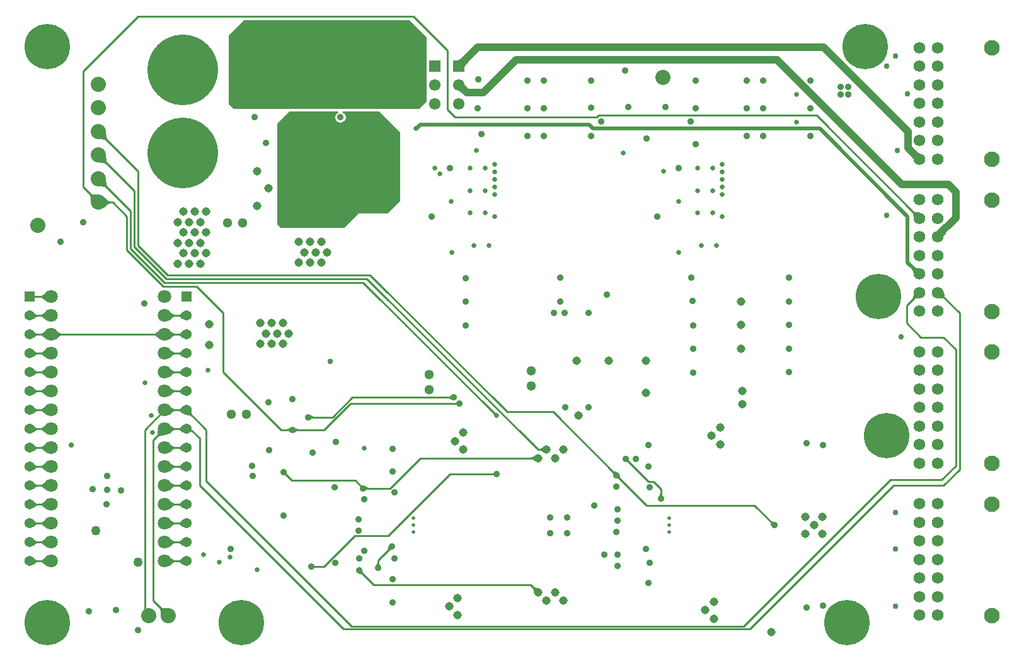
<source format=gbr>
%TF.GenerationSoftware,Altium Limited,Altium Designer,24.1.2 (44)*%
G04 Layer_Physical_Order=3*
G04 Layer_Color=36540*
%FSLAX45Y45*%
%MOMM*%
%TF.SameCoordinates,12E9634C-A8E6-484A-B1C3-FEDB1742B245*%
%TF.FilePolarity,Positive*%
%TF.FileFunction,Copper,L3,Inr,Signal*%
%TF.Part,Single*%
G01*
G75*
%TA.AperFunction,Conductor*%
%ADD59C,0.25400*%
%ADD61C,1.01600*%
%ADD64C,0.50800*%
%TA.AperFunction,ComponentPad*%
%ADD68R,1.55000X1.55000*%
%ADD69C,1.55000*%
%ADD70C,9.50000*%
%ADD71C,1.56000*%
%ADD72C,2.10000*%
%ADD73R,1.37000X1.37000*%
%ADD74C,1.37000*%
%ADD75C,1.80000*%
%ADD77C,6.10000*%
%ADD78C,1.30000*%
%ADD79C,2.03200*%
%TA.AperFunction,TestPad*%
%ADD80C,2.03200*%
%TA.AperFunction,ViaPad*%
%ADD81C,0.88900*%
%ADD82C,0.63500*%
%ADD83C,1.27000*%
%ADD84C,1.14300*%
%ADD85C,0.76200*%
%ADD86C,0.50000*%
%ADD87C,0.71120*%
G36*
X12531537Y13335995D02*
X12511391Y13315134D01*
X12479720Y13277739D01*
X12468194Y13261206D01*
X12459543Y13246117D01*
X12453765Y13232469D01*
X12450861Y13220265D01*
X12450830Y13209505D01*
X12453674Y13200186D01*
X12459390Y13192311D01*
X12316011Y13335690D01*
X12323886Y13329974D01*
X12333204Y13327130D01*
X12343965Y13327161D01*
X12356169Y13330064D01*
X12369817Y13335843D01*
X12384906Y13344495D01*
X12401439Y13356020D01*
X12419415Y13370419D01*
X12459695Y13407837D01*
X12531537Y13335995D01*
D02*
G37*
G36*
X12492313Y12981279D02*
X12433371Y12896536D01*
X12427106Y12902718D01*
X12403369Y12923537D01*
X12400139Y12925682D01*
X12397415Y12927155D01*
X12395197Y12927956D01*
X12393485Y12928082D01*
X12459422Y13014249D01*
X12492313Y12981279D01*
D02*
G37*
G36*
X11950700Y13652499D02*
Y12788900D01*
X11849100Y12687300D01*
X9359900D01*
X9296400Y12750800D01*
Y13677901D01*
X9499600Y13881100D01*
X11722100D01*
X11950700Y13652499D01*
D02*
G37*
G36*
X11595100Y12369800D02*
X11595100Y11836400D01*
Y11442700D01*
X11430000Y11277600D01*
X11036300D01*
X10845800Y11087100D01*
X9994900D01*
X9944100Y11137900D01*
Y12484100D01*
X10109200Y12649200D01*
X10762537D01*
X10765285Y12636500D01*
X10752111Y12628894D01*
X10739106Y12615889D01*
X10729910Y12599961D01*
X10725150Y12582196D01*
Y12563804D01*
X10729910Y12546039D01*
X10739106Y12530111D01*
X10752111Y12517106D01*
X10768039Y12507910D01*
X10785804Y12503150D01*
X10804196D01*
X10821961Y12507910D01*
X10837889Y12517106D01*
X10850894Y12530111D01*
X10860090Y12546039D01*
X10864850Y12563804D01*
Y12582196D01*
X10860090Y12599961D01*
X10850894Y12615889D01*
X10837889Y12628894D01*
X10824715Y12636500D01*
X10827463Y12649200D01*
X11315700D01*
X11595100Y12369800D01*
D02*
G37*
G36*
X7645465Y12365716D02*
X7648485Y12325518D01*
X7650428Y12314487D01*
X7652839Y12304640D01*
X7655718Y12295978D01*
X7659065Y12288500D01*
X7662881Y12282206D01*
X7667164Y12277096D01*
X7649204Y12259136D01*
X7644094Y12263419D01*
X7637800Y12267235D01*
X7630322Y12270582D01*
X7621660Y12273461D01*
X7611813Y12275872D01*
X7600782Y12277815D01*
X7588567Y12279289D01*
X7560584Y12280835D01*
X7544816Y12280905D01*
X7645395Y12381484D01*
X7645465Y12365716D01*
D02*
G37*
G36*
X18540083Y12116459D02*
X18568788Y12091142D01*
X18570680Y12090163D01*
X18572021Y12089844D01*
X18494806Y12012626D01*
X18494487Y12013967D01*
X18493507Y12015859D01*
X18491870Y12018303D01*
X18489572Y12021299D01*
X18482999Y12028948D01*
X18461935Y12050871D01*
X18533775Y12122714D01*
X18540083Y12116459D01*
D02*
G37*
G36*
X7645465Y12048216D02*
X7648485Y12008018D01*
X7650428Y11996987D01*
X7652839Y11987140D01*
X7655718Y11978478D01*
X7659065Y11971000D01*
X7662881Y11964706D01*
X7667164Y11959596D01*
X7649204Y11941636D01*
X7644094Y11945919D01*
X7637800Y11949735D01*
X7630322Y11953082D01*
X7621660Y11955961D01*
X7611813Y11958372D01*
X7600782Y11960315D01*
X7588567Y11961789D01*
X7560584Y11963335D01*
X7544816Y11963405D01*
X7645395Y12063984D01*
X7645465Y12048216D01*
D02*
G37*
G36*
Y11730716D02*
X7648485Y11690518D01*
X7650428Y11679487D01*
X7652839Y11669640D01*
X7655718Y11660978D01*
X7659065Y11653500D01*
X7662881Y11647206D01*
X7667164Y11642096D01*
X7649204Y11624136D01*
X7644094Y11628419D01*
X7637800Y11632235D01*
X7630322Y11635582D01*
X7621660Y11638461D01*
X7611813Y11640872D01*
X7600782Y11642815D01*
X7588567Y11644289D01*
X7560584Y11645835D01*
X7544816Y11645905D01*
X7645395Y11746484D01*
X7645465Y11730716D01*
D02*
G37*
G36*
X7443506Y11549081D02*
X7449800Y11545265D01*
X7457278Y11541918D01*
X7465940Y11539039D01*
X7475787Y11536628D01*
X7486818Y11534685D01*
X7499033Y11533211D01*
X7527016Y11531665D01*
X7542784Y11531595D01*
X7442205Y11431016D01*
X7442135Y11446784D01*
X7439115Y11486982D01*
X7437172Y11498013D01*
X7434761Y11507860D01*
X7431882Y11516522D01*
X7428535Y11524000D01*
X7424719Y11530294D01*
X7420436Y11535404D01*
X7438396Y11553364D01*
X7443506Y11549081D01*
D02*
G37*
G36*
X7627556Y11490020D02*
X7658116Y11463731D01*
X7667290Y11457305D01*
X7675957Y11452047D01*
X7684118Y11447958D01*
X7691773Y11445037D01*
X7698921Y11443284D01*
X7705563Y11442700D01*
Y11417300D01*
X7698921Y11416716D01*
X7691773Y11414963D01*
X7684118Y11412042D01*
X7675957Y11407953D01*
X7667290Y11402695D01*
X7658116Y11396269D01*
X7648436Y11388674D01*
X7627556Y11369980D01*
X7616357Y11358880D01*
Y11501120D01*
X7627556Y11490020D01*
D02*
G37*
G36*
X18498482Y11310019D02*
X18503487Y11306792D01*
X18509282Y11303959D01*
X18515871Y11301520D01*
X18523248Y11299474D01*
X18531419Y11297821D01*
X18540382Y11296562D01*
X18560683Y11295223D01*
X18572021Y11295144D01*
X18494806Y11217927D01*
X18494727Y11229265D01*
X18493387Y11249565D01*
X18492128Y11258528D01*
X18490475Y11266699D01*
X18488429Y11274078D01*
X18485989Y11280666D01*
X18483156Y11286461D01*
X18479930Y11291465D01*
X18476311Y11295677D01*
X18494270Y11313638D01*
X18498482Y11310019D01*
D02*
G37*
G36*
X18931639Y11018862D02*
X18925426Y11012558D01*
X18904520Y10988541D01*
X18902373Y10985238D01*
X18900903Y10982435D01*
X18900111Y10980131D01*
X18899997Y10978328D01*
X18813168Y11044551D01*
X18813602Y11044895D01*
X18814688Y11045899D01*
X18846802Y11077709D01*
X18931639Y11018862D01*
D02*
G37*
G36*
X18510796Y10565486D02*
X18516376Y10561143D01*
X18522263Y10557322D01*
X18528455Y10554021D01*
X18534952Y10551240D01*
X18541756Y10548980D01*
X18548863Y10547240D01*
X18556276Y10546021D01*
X18563995Y10545322D01*
X18572020Y10545144D01*
X18494806Y10467926D01*
X18494627Y10475950D01*
X18493929Y10483669D01*
X18492709Y10491083D01*
X18490968Y10498191D01*
X18488708Y10504994D01*
X18485927Y10511491D01*
X18482626Y10517683D01*
X18478806Y10523570D01*
X18474461Y10529151D01*
X18469600Y10534426D01*
X18505521Y10570348D01*
X18510796Y10565486D01*
D02*
G37*
G36*
X6684847Y10182987D02*
X6685619Y10180828D01*
X6686904Y10178923D01*
X6688703Y10177272D01*
X6691017Y10175875D01*
X6693844Y10174732D01*
X6697186Y10173843D01*
X6701041Y10173208D01*
X6705411Y10172827D01*
X6710295Y10172700D01*
Y10147300D01*
X6705411Y10147173D01*
X6701041Y10146792D01*
X6697186Y10146157D01*
X6693844Y10145268D01*
X6691017Y10144125D01*
X6688703Y10142728D01*
X6686904Y10141077D01*
X6685619Y10139172D01*
X6684847Y10137013D01*
X6684590Y10134600D01*
Y10185400D01*
X6684847Y10182987D01*
D02*
G37*
G36*
X18901877Y10215920D02*
X18908311Y10185311D01*
X18910776Y10176939D01*
X18916177Y10162941D01*
X18919119Y10157314D01*
X18922218Y10152604D01*
X18925476Y10148808D01*
X18910249Y10128113D01*
X18905766Y10131966D01*
X18900610Y10135229D01*
X18894781Y10137904D01*
X18888281Y10139989D01*
X18881108Y10141485D01*
X18873260Y10142393D01*
X18864743Y10142711D01*
X18855551Y10142440D01*
X18845686Y10141580D01*
X18835152Y10140132D01*
X18900050Y10227954D01*
X18901877Y10215920D01*
D02*
G37*
G36*
X18572018Y10139152D02*
X18560681Y10139073D01*
X18540381Y10137735D01*
X18531419Y10136476D01*
X18523248Y10134823D01*
X18515868Y10132777D01*
X18509280Y10130337D01*
X18503485Y10127505D01*
X18498482Y10124278D01*
X18494269Y10120658D01*
X18476309Y10138620D01*
X18479929Y10142832D01*
X18483154Y10147836D01*
X18485988Y10153631D01*
X18488428Y10160219D01*
X18490474Y10167598D01*
X18492126Y10175769D01*
X18493387Y10184732D01*
X18494727Y10205033D01*
X18494806Y10216371D01*
X18572018Y10139152D01*
D02*
G37*
G36*
X6844527Y10097000D02*
X6834864Y10106557D01*
X6816725Y10122653D01*
X6808249Y10129192D01*
X6800169Y10134725D01*
X6792484Y10139252D01*
X6785194Y10142773D01*
X6778301Y10145288D01*
X6771803Y10146797D01*
X6765701Y10147300D01*
Y10172700D01*
X6771803Y10173203D01*
X6778301Y10174712D01*
X6785194Y10177227D01*
X6792484Y10180748D01*
X6800169Y10185275D01*
X6808249Y10190808D01*
X6816725Y10197347D01*
X6834864Y10213443D01*
X6844527Y10223000D01*
Y10097000D01*
D02*
G37*
G36*
X8675981Y9858050D02*
X8669167Y9864748D01*
X8656115Y9876027D01*
X8649877Y9880610D01*
X8643832Y9884487D01*
X8637979Y9887660D01*
X8632318Y9890128D01*
X8626849Y9891890D01*
X8621572Y9892947D01*
X8616488Y9893300D01*
Y9918700D01*
X8621572Y9919053D01*
X8626849Y9920110D01*
X8632318Y9921872D01*
X8637979Y9924340D01*
X8643832Y9927513D01*
X8649877Y9931390D01*
X8656115Y9935973D01*
X8662545Y9941260D01*
X8675981Y9953950D01*
Y9858050D01*
D02*
G37*
G36*
X6672433Y9947252D02*
X6685485Y9935973D01*
X6691723Y9931390D01*
X6697768Y9927513D01*
X6703621Y9924340D01*
X6709282Y9921872D01*
X6714751Y9920110D01*
X6720028Y9919053D01*
X6725112Y9918700D01*
Y9893300D01*
X6720028Y9892947D01*
X6714751Y9891890D01*
X6709282Y9890128D01*
X6703621Y9887660D01*
X6697768Y9884487D01*
X6691723Y9880610D01*
X6685485Y9876027D01*
X6679055Y9870740D01*
X6665619Y9858050D01*
Y9953950D01*
X6672433Y9947252D01*
D02*
G37*
G36*
X8506736Y9959443D02*
X8524875Y9943347D01*
X8533351Y9936808D01*
X8541431Y9931275D01*
X8549116Y9926748D01*
X8556406Y9923227D01*
X8563299Y9920712D01*
X8569797Y9919203D01*
X8575899Y9918700D01*
Y9893300D01*
X8569797Y9892797D01*
X8563299Y9891288D01*
X8556406Y9888773D01*
X8549116Y9885252D01*
X8541431Y9880725D01*
X8533351Y9875192D01*
X8524875Y9868653D01*
X8506736Y9852557D01*
X8497073Y9843000D01*
Y9969000D01*
X8506736Y9959443D01*
D02*
G37*
G36*
X6844527Y9843000D02*
X6834864Y9852557D01*
X6816725Y9868653D01*
X6808249Y9875192D01*
X6800169Y9880725D01*
X6792484Y9885252D01*
X6785194Y9888773D01*
X6778301Y9891288D01*
X6771803Y9892797D01*
X6765701Y9893300D01*
Y9918700D01*
X6771803Y9919203D01*
X6778301Y9920712D01*
X6785194Y9923227D01*
X6792484Y9926748D01*
X6800169Y9931275D01*
X6808249Y9936808D01*
X6816725Y9943347D01*
X6834864Y9959443D01*
X6844527Y9969000D01*
Y9843000D01*
D02*
G37*
G36*
X8675981Y9604050D02*
X8669167Y9610748D01*
X8656115Y9622027D01*
X8649877Y9626610D01*
X8643832Y9630487D01*
X8637979Y9633660D01*
X8632318Y9636128D01*
X8626849Y9637890D01*
X8621572Y9638947D01*
X8616488Y9639300D01*
Y9664700D01*
X8621572Y9665053D01*
X8626849Y9666110D01*
X8632318Y9667872D01*
X8637979Y9670340D01*
X8643832Y9673513D01*
X8649877Y9677390D01*
X8656115Y9681973D01*
X8662545Y9687260D01*
X8675981Y9699950D01*
Y9604050D01*
D02*
G37*
G36*
X6672433Y9693252D02*
X6685485Y9681973D01*
X6691723Y9677390D01*
X6697768Y9673513D01*
X6703621Y9670340D01*
X6709282Y9667872D01*
X6714751Y9666110D01*
X6720028Y9665053D01*
X6725112Y9664700D01*
Y9639300D01*
X6720028Y9638947D01*
X6714751Y9637890D01*
X6709282Y9636128D01*
X6703621Y9633660D01*
X6697768Y9630487D01*
X6691723Y9626610D01*
X6685485Y9622027D01*
X6679055Y9616740D01*
X6665619Y9604050D01*
Y9699950D01*
X6672433Y9693252D01*
D02*
G37*
G36*
X8506736Y9705443D02*
X8524875Y9689347D01*
X8533351Y9682808D01*
X8541431Y9677275D01*
X8549116Y9672748D01*
X8556406Y9669227D01*
X8563299Y9666712D01*
X8569797Y9665203D01*
X8575899Y9664700D01*
Y9639300D01*
X8569797Y9638797D01*
X8563299Y9637288D01*
X8556406Y9634773D01*
X8549116Y9631252D01*
X8541431Y9626725D01*
X8533351Y9621192D01*
X8524875Y9614653D01*
X8506736Y9598557D01*
X8497073Y9589000D01*
Y9715000D01*
X8506736Y9705443D01*
D02*
G37*
G36*
X8368527Y9589000D02*
X8358864Y9598557D01*
X8340725Y9614653D01*
X8332249Y9621192D01*
X8324169Y9626725D01*
X8316484Y9631252D01*
X8309194Y9634773D01*
X8302301Y9637288D01*
X8295803Y9638797D01*
X8289701Y9639300D01*
Y9664700D01*
X8295803Y9665203D01*
X8302301Y9666712D01*
X8309194Y9669227D01*
X8316484Y9672748D01*
X8324169Y9677275D01*
X8332249Y9682808D01*
X8340725Y9689347D01*
X8358864Y9705443D01*
X8368527Y9715000D01*
Y9589000D01*
D02*
G37*
G36*
X6982736Y9705443D02*
X7000875Y9689347D01*
X7009351Y9682808D01*
X7017431Y9677275D01*
X7025116Y9672748D01*
X7032406Y9669227D01*
X7039299Y9666712D01*
X7045797Y9665203D01*
X7051899Y9664700D01*
Y9639300D01*
X7045797Y9638797D01*
X7039299Y9637288D01*
X7032406Y9634773D01*
X7025116Y9631252D01*
X7017431Y9626725D01*
X7009351Y9621192D01*
X7000875Y9614653D01*
X6982736Y9598557D01*
X6973073Y9589000D01*
Y9715000D01*
X6982736Y9705443D01*
D02*
G37*
G36*
X6844527Y9589000D02*
X6834864Y9598557D01*
X6816725Y9614653D01*
X6808249Y9621192D01*
X6800169Y9626725D01*
X6792484Y9631252D01*
X6785194Y9634773D01*
X6778301Y9637288D01*
X6771803Y9638797D01*
X6765701Y9639300D01*
Y9664700D01*
X6771803Y9665203D01*
X6778301Y9666712D01*
X6785194Y9669227D01*
X6792484Y9672748D01*
X6800169Y9677275D01*
X6808249Y9682808D01*
X6816725Y9689347D01*
X6834864Y9705443D01*
X6844527Y9715000D01*
Y9589000D01*
D02*
G37*
G36*
X8675981Y9350050D02*
X8669167Y9356748D01*
X8656115Y9368027D01*
X8649877Y9372610D01*
X8643832Y9376487D01*
X8637979Y9379660D01*
X8632318Y9382128D01*
X8626849Y9383890D01*
X8621572Y9384947D01*
X8616488Y9385300D01*
Y9410700D01*
X8621572Y9411053D01*
X8626849Y9412110D01*
X8632318Y9413872D01*
X8637979Y9416340D01*
X8643832Y9419513D01*
X8649877Y9423390D01*
X8656115Y9427973D01*
X8662545Y9433260D01*
X8675981Y9445950D01*
Y9350050D01*
D02*
G37*
G36*
X6672433Y9439252D02*
X6685485Y9427973D01*
X6691723Y9423390D01*
X6697768Y9419513D01*
X6703621Y9416340D01*
X6709282Y9413872D01*
X6714751Y9412110D01*
X6720028Y9411053D01*
X6725112Y9410700D01*
Y9385300D01*
X6720028Y9384947D01*
X6714751Y9383890D01*
X6709282Y9382128D01*
X6703621Y9379660D01*
X6697768Y9376487D01*
X6691723Y9372610D01*
X6685485Y9368027D01*
X6679055Y9362740D01*
X6665619Y9350050D01*
Y9445950D01*
X6672433Y9439252D01*
D02*
G37*
G36*
X8506736Y9451443D02*
X8524875Y9435347D01*
X8533351Y9428808D01*
X8541431Y9423275D01*
X8549116Y9418748D01*
X8556406Y9415227D01*
X8563299Y9412712D01*
X8569797Y9411203D01*
X8575899Y9410700D01*
Y9385300D01*
X8569797Y9384797D01*
X8563299Y9383288D01*
X8556406Y9380773D01*
X8549116Y9377252D01*
X8541431Y9372725D01*
X8533351Y9367192D01*
X8524875Y9360653D01*
X8506736Y9344557D01*
X8497073Y9335000D01*
Y9461000D01*
X8506736Y9451443D01*
D02*
G37*
G36*
X6844527Y9335000D02*
X6834864Y9344557D01*
X6816725Y9360653D01*
X6808249Y9367192D01*
X6800169Y9372725D01*
X6792484Y9377252D01*
X6785194Y9380773D01*
X6778301Y9383288D01*
X6771803Y9384797D01*
X6765701Y9385300D01*
Y9410700D01*
X6771803Y9411203D01*
X6778301Y9412712D01*
X6785194Y9415227D01*
X6792484Y9418748D01*
X6800169Y9423275D01*
X6808249Y9428808D01*
X6816725Y9435347D01*
X6834864Y9451443D01*
X6844527Y9461000D01*
Y9335000D01*
D02*
G37*
G36*
X8675981Y9096050D02*
X8669167Y9102748D01*
X8656115Y9114027D01*
X8649877Y9118610D01*
X8643832Y9122487D01*
X8637979Y9125660D01*
X8632318Y9128128D01*
X8626849Y9129890D01*
X8621572Y9130947D01*
X8616488Y9131300D01*
Y9156700D01*
X8621572Y9157053D01*
X8626849Y9158110D01*
X8632318Y9159872D01*
X8637979Y9162340D01*
X8643832Y9165513D01*
X8649877Y9169390D01*
X8656115Y9173973D01*
X8662545Y9179260D01*
X8675981Y9191950D01*
Y9096050D01*
D02*
G37*
G36*
X6672433Y9185252D02*
X6685485Y9173973D01*
X6691723Y9169390D01*
X6697768Y9165513D01*
X6703621Y9162340D01*
X6709282Y9159872D01*
X6714751Y9158110D01*
X6720028Y9157053D01*
X6725112Y9156700D01*
Y9131300D01*
X6720028Y9130947D01*
X6714751Y9129890D01*
X6709282Y9128128D01*
X6703621Y9125660D01*
X6697768Y9122487D01*
X6691723Y9118610D01*
X6685485Y9114027D01*
X6679055Y9108740D01*
X6665619Y9096050D01*
Y9191950D01*
X6672433Y9185252D01*
D02*
G37*
G36*
X8506736Y9197443D02*
X8524875Y9181347D01*
X8533351Y9174808D01*
X8541431Y9169275D01*
X8549116Y9164748D01*
X8556406Y9161227D01*
X8563299Y9158712D01*
X8569797Y9157203D01*
X8575899Y9156700D01*
Y9131300D01*
X8569797Y9130797D01*
X8563299Y9129288D01*
X8556406Y9126773D01*
X8549116Y9123252D01*
X8541431Y9118725D01*
X8533351Y9113192D01*
X8524875Y9106653D01*
X8506736Y9090557D01*
X8497073Y9081000D01*
Y9207000D01*
X8506736Y9197443D01*
D02*
G37*
G36*
X6844527Y9081000D02*
X6834864Y9090557D01*
X6816725Y9106653D01*
X6808249Y9113192D01*
X6800169Y9118725D01*
X6792484Y9123252D01*
X6785194Y9126773D01*
X6778301Y9129288D01*
X6771803Y9130797D01*
X6765701Y9131300D01*
Y9156700D01*
X6771803Y9157203D01*
X6778301Y9158712D01*
X6785194Y9161227D01*
X6792484Y9164748D01*
X6800169Y9169275D01*
X6808249Y9174808D01*
X6816725Y9181347D01*
X6834864Y9197443D01*
X6844527Y9207000D01*
Y9081000D01*
D02*
G37*
G36*
X8675981Y8842050D02*
X8669167Y8848748D01*
X8656115Y8860027D01*
X8649877Y8864610D01*
X8643832Y8868487D01*
X8637979Y8871660D01*
X8632318Y8874128D01*
X8626849Y8875890D01*
X8621572Y8876947D01*
X8616488Y8877300D01*
Y8902700D01*
X8621572Y8903053D01*
X8626849Y8904110D01*
X8632318Y8905872D01*
X8637979Y8908340D01*
X8643832Y8911513D01*
X8649877Y8915390D01*
X8656115Y8919973D01*
X8662545Y8925260D01*
X8675981Y8937950D01*
Y8842050D01*
D02*
G37*
G36*
X6672433Y8931252D02*
X6685485Y8919973D01*
X6691723Y8915390D01*
X6697768Y8911513D01*
X6703621Y8908340D01*
X6709282Y8905872D01*
X6714751Y8904110D01*
X6720028Y8903053D01*
X6725112Y8902700D01*
Y8877300D01*
X6720028Y8876947D01*
X6714751Y8875890D01*
X6709282Y8874128D01*
X6703621Y8871660D01*
X6697768Y8868487D01*
X6691723Y8864610D01*
X6685485Y8860027D01*
X6679055Y8854740D01*
X6665619Y8842050D01*
Y8937950D01*
X6672433Y8931252D01*
D02*
G37*
G36*
X8506736Y8943443D02*
X8524875Y8927347D01*
X8533351Y8920808D01*
X8541431Y8915275D01*
X8549116Y8910748D01*
X8556406Y8907227D01*
X8563299Y8904712D01*
X8569797Y8903203D01*
X8575899Y8902700D01*
Y8877300D01*
X8569797Y8876797D01*
X8563299Y8875288D01*
X8556406Y8872773D01*
X8549116Y8869252D01*
X8541431Y8864725D01*
X8533351Y8859192D01*
X8524875Y8852653D01*
X8506736Y8836557D01*
X8497073Y8827000D01*
Y8953000D01*
X8506736Y8943443D01*
D02*
G37*
G36*
X6844527Y8827000D02*
X6834864Y8836557D01*
X6816725Y8852653D01*
X6808249Y8859192D01*
X6800169Y8864725D01*
X6792484Y8869252D01*
X6785194Y8872773D01*
X6778301Y8875288D01*
X6771803Y8876797D01*
X6765701Y8877300D01*
Y8902700D01*
X6771803Y8903203D01*
X6778301Y8904712D01*
X6785194Y8907227D01*
X6792484Y8910748D01*
X6800169Y8915275D01*
X6808249Y8920808D01*
X6816725Y8927347D01*
X6834864Y8943443D01*
X6844527Y8953000D01*
Y8827000D01*
D02*
G37*
G36*
X12282634Y8774607D02*
X12279010Y8778106D01*
X12275357Y8781237D01*
X12271676Y8783999D01*
X12267966Y8786393D01*
X12264228Y8788419D01*
X12260461Y8790076D01*
X12256666Y8791365D01*
X12252843Y8792286D01*
X12248991Y8792838D01*
X12245111Y8793022D01*
Y8818422D01*
X12248991Y8818606D01*
X12252843Y8819159D01*
X12256666Y8820080D01*
X12260461Y8821369D01*
X12264228Y8823026D01*
X12267966Y8825052D01*
X12271676Y8827446D01*
X12275357Y8830208D01*
X12279010Y8833338D01*
X12282634Y8836837D01*
Y8774607D01*
D02*
G37*
G36*
X8675981Y8588050D02*
X8669167Y8594748D01*
X8656115Y8606027D01*
X8649877Y8610610D01*
X8643832Y8614487D01*
X8637979Y8617660D01*
X8632318Y8620128D01*
X8626849Y8621890D01*
X8621572Y8622947D01*
X8616488Y8623300D01*
Y8648700D01*
X8621572Y8649053D01*
X8626849Y8650110D01*
X8632318Y8651872D01*
X8637979Y8654340D01*
X8643832Y8657513D01*
X8649877Y8661390D01*
X8656115Y8665973D01*
X8662545Y8671260D01*
X8675981Y8683950D01*
Y8588050D01*
D02*
G37*
G36*
X6672433Y8677252D02*
X6685485Y8665973D01*
X6691723Y8661390D01*
X6697768Y8657513D01*
X6703621Y8654340D01*
X6709282Y8651872D01*
X6714751Y8650110D01*
X6720028Y8649053D01*
X6725112Y8648700D01*
Y8623300D01*
X6720028Y8622947D01*
X6714751Y8621890D01*
X6709282Y8620128D01*
X6703621Y8617660D01*
X6697768Y8614487D01*
X6691723Y8610610D01*
X6685485Y8606027D01*
X6679055Y8600740D01*
X6665619Y8588050D01*
Y8683950D01*
X6672433Y8677252D01*
D02*
G37*
G36*
X8506736Y8689443D02*
X8524875Y8673347D01*
X8533351Y8666808D01*
X8541431Y8661275D01*
X8549116Y8656748D01*
X8556406Y8653227D01*
X8563299Y8650712D01*
X8569797Y8649203D01*
X8575899Y8648700D01*
Y8623300D01*
X8569797Y8622797D01*
X8563299Y8621288D01*
X8556406Y8618773D01*
X8549116Y8615252D01*
X8541431Y8610725D01*
X8533351Y8605192D01*
X8524875Y8598653D01*
X8506736Y8582557D01*
X8497073Y8573000D01*
Y8699000D01*
X8506736Y8689443D01*
D02*
G37*
G36*
X6844527Y8573000D02*
X6834864Y8582557D01*
X6816725Y8598653D01*
X6808249Y8605192D01*
X6800169Y8610725D01*
X6792484Y8615252D01*
X6785194Y8618773D01*
X6778301Y8621288D01*
X6771803Y8622797D01*
X6765701Y8623300D01*
Y8648700D01*
X6771803Y8649203D01*
X6778301Y8650712D01*
X6785194Y8653227D01*
X6792484Y8656748D01*
X6800169Y8661275D01*
X6808249Y8666808D01*
X6816725Y8673347D01*
X6834864Y8689443D01*
X6844527Y8699000D01*
Y8573000D01*
D02*
G37*
G36*
X12867735Y8600660D02*
X12870074Y8598724D01*
X12872453Y8597019D01*
X12874870Y8595545D01*
X12877327Y8594301D01*
X12879820Y8593289D01*
X12882353Y8592508D01*
X12884924Y8591957D01*
X12887534Y8591637D01*
X12890182Y8591548D01*
X12858752Y8560117D01*
X12858662Y8562766D01*
X12858344Y8565375D01*
X12857793Y8567947D01*
X12857011Y8570479D01*
X12856000Y8572973D01*
X12854755Y8575429D01*
X12853281Y8577846D01*
X12851576Y8580225D01*
X12849640Y8582565D01*
X12847473Y8584866D01*
X12865434Y8602827D01*
X12867735Y8600660D01*
D02*
G37*
G36*
X8793479Y8625761D02*
X8794732Y8608555D01*
X8795902Y8600904D01*
X8797436Y8593888D01*
X8799331Y8587506D01*
X8801589Y8581758D01*
X8804210Y8576645D01*
X8807193Y8572166D01*
X8810539Y8568321D01*
X8792579Y8550361D01*
X8788734Y8553707D01*
X8784255Y8556690D01*
X8779142Y8559311D01*
X8773394Y8561569D01*
X8767012Y8563464D01*
X8759996Y8564998D01*
X8752345Y8566168D01*
X8744059Y8566976D01*
X8725585Y8567503D01*
X8793397Y8635315D01*
X8793479Y8625761D01*
D02*
G37*
G36*
X10398568Y8568366D02*
X10402221Y8565236D01*
X10405902Y8562473D01*
X10409612Y8560079D01*
X10413350Y8558054D01*
X10417116Y8556396D01*
X10420911Y8555107D01*
X10424735Y8554187D01*
X10428587Y8553634D01*
X10432467Y8553450D01*
Y8528050D01*
X10428587Y8527866D01*
X10424735Y8527313D01*
X10420911Y8526393D01*
X10417116Y8525104D01*
X10413350Y8523446D01*
X10409612Y8521421D01*
X10405902Y8519027D01*
X10402221Y8516264D01*
X10398568Y8513134D01*
X10394944Y8509635D01*
Y8571865D01*
X10398568Y8568366D01*
D02*
G37*
G36*
X10187368Y8396916D02*
X10191021Y8393786D01*
X10194702Y8391023D01*
X10198412Y8388629D01*
X10202150Y8386604D01*
X10205916Y8384946D01*
X10209711Y8383657D01*
X10213535Y8382737D01*
X10217387Y8382184D01*
X10221267Y8382000D01*
Y8356600D01*
X10217387Y8356416D01*
X10213535Y8355863D01*
X10209711Y8354943D01*
X10205916Y8353654D01*
X10202150Y8351996D01*
X10198412Y8349971D01*
X10194702Y8347577D01*
X10191021Y8344814D01*
X10187368Y8341684D01*
X10183744Y8338185D01*
Y8400415D01*
X10187368Y8396916D01*
D02*
G37*
G36*
X10120256Y8338185D02*
X10116632Y8341684D01*
X10112979Y8344814D01*
X10109298Y8347577D01*
X10105588Y8349971D01*
X10101850Y8351996D01*
X10098084Y8353654D01*
X10094289Y8354943D01*
X10090465Y8355863D01*
X10086613Y8356416D01*
X10082733Y8356600D01*
Y8382000D01*
X10086613Y8382184D01*
X10090465Y8382737D01*
X10094289Y8383657D01*
X10098084Y8384946D01*
X10101850Y8386604D01*
X10105588Y8388629D01*
X10109298Y8391023D01*
X10112979Y8393786D01*
X10116632Y8396916D01*
X10120256Y8400415D01*
Y8338185D01*
D02*
G37*
G36*
X8675981Y8334050D02*
X8669167Y8340748D01*
X8656115Y8352027D01*
X8649877Y8356610D01*
X8643832Y8360487D01*
X8637979Y8363660D01*
X8632318Y8366128D01*
X8626849Y8367890D01*
X8621572Y8368947D01*
X8616488Y8369300D01*
Y8394700D01*
X8621572Y8395053D01*
X8626849Y8396110D01*
X8632318Y8397872D01*
X8637979Y8400340D01*
X8643832Y8403513D01*
X8649877Y8407390D01*
X8656115Y8411973D01*
X8662545Y8417260D01*
X8675981Y8429950D01*
Y8334050D01*
D02*
G37*
G36*
X6672433Y8423252D02*
X6685485Y8411973D01*
X6691723Y8407390D01*
X6697768Y8403513D01*
X6703621Y8400340D01*
X6709282Y8397872D01*
X6714751Y8396110D01*
X6720028Y8395053D01*
X6725112Y8394700D01*
Y8369300D01*
X6720028Y8368947D01*
X6714751Y8367890D01*
X6709282Y8366128D01*
X6703621Y8363660D01*
X6697768Y8360487D01*
X6691723Y8356610D01*
X6685485Y8352027D01*
X6679055Y8346740D01*
X6665619Y8334050D01*
Y8429950D01*
X6672433Y8423252D01*
D02*
G37*
G36*
X8506736Y8435443D02*
X8524875Y8419347D01*
X8533351Y8412808D01*
X8541431Y8407275D01*
X8549116Y8402748D01*
X8556406Y8399227D01*
X8563299Y8396712D01*
X8569797Y8395203D01*
X8575899Y8394700D01*
Y8369300D01*
X8569797Y8368797D01*
X8563299Y8367288D01*
X8556406Y8364773D01*
X8549116Y8361252D01*
X8541431Y8356725D01*
X8533351Y8351192D01*
X8524875Y8344653D01*
X8506736Y8328557D01*
X8497073Y8319000D01*
Y8445000D01*
X8506736Y8435443D01*
D02*
G37*
G36*
X6844527Y8319000D02*
X6834864Y8328557D01*
X6816725Y8344653D01*
X6808249Y8351192D01*
X6800169Y8356725D01*
X6792484Y8361252D01*
X6785194Y8364773D01*
X6778301Y8367288D01*
X6771803Y8368797D01*
X6765701Y8369300D01*
Y8394700D01*
X6771803Y8395203D01*
X6778301Y8396712D01*
X6785194Y8399227D01*
X6792484Y8402748D01*
X6800169Y8407275D01*
X6808249Y8412808D01*
X6816725Y8419347D01*
X6834864Y8435443D01*
X6844527Y8445000D01*
Y8319000D01*
D02*
G37*
G36*
X8431900Y8292004D02*
X8418309Y8291930D01*
X8394102Y8290485D01*
X8383484Y8289115D01*
X8373858Y8287314D01*
X8365223Y8285081D01*
X8357579Y8282417D01*
X8350926Y8279320D01*
X8345264Y8275792D01*
X8340594Y8271833D01*
X8322633Y8289794D01*
X8326592Y8294464D01*
X8330120Y8300126D01*
X8333217Y8306779D01*
X8335881Y8314423D01*
X8338114Y8323058D01*
X8339915Y8332684D01*
X8341285Y8343302D01*
X8342730Y8367509D01*
X8342804Y8381100D01*
X8431900Y8292004D01*
D02*
G37*
G36*
X8675981Y8080050D02*
X8669167Y8086748D01*
X8656115Y8098027D01*
X8649877Y8102610D01*
X8643832Y8106487D01*
X8637979Y8109660D01*
X8632318Y8112128D01*
X8626849Y8113890D01*
X8621572Y8114947D01*
X8616488Y8115300D01*
Y8140700D01*
X8621572Y8141053D01*
X8626849Y8142110D01*
X8632318Y8143872D01*
X8637979Y8146340D01*
X8643832Y8149513D01*
X8649877Y8153390D01*
X8656115Y8157973D01*
X8662545Y8163260D01*
X8675981Y8175950D01*
Y8080050D01*
D02*
G37*
G36*
X6672433Y8169252D02*
X6685485Y8157973D01*
X6691723Y8153390D01*
X6697768Y8149513D01*
X6703621Y8146340D01*
X6709282Y8143872D01*
X6714751Y8142110D01*
X6720028Y8141053D01*
X6725112Y8140700D01*
Y8115300D01*
X6720028Y8114947D01*
X6714751Y8113890D01*
X6709282Y8112128D01*
X6703621Y8109660D01*
X6697768Y8106487D01*
X6691723Y8102610D01*
X6685485Y8098027D01*
X6679055Y8092740D01*
X6665619Y8080050D01*
Y8175950D01*
X6672433Y8169252D01*
D02*
G37*
G36*
X8506736Y8181443D02*
X8524875Y8165347D01*
X8533351Y8158808D01*
X8541431Y8153275D01*
X8549116Y8148748D01*
X8556406Y8145227D01*
X8563299Y8142712D01*
X8569797Y8141203D01*
X8575899Y8140700D01*
Y8115300D01*
X8569797Y8114797D01*
X8563299Y8113288D01*
X8556406Y8110773D01*
X8549116Y8107252D01*
X8541431Y8102725D01*
X8533351Y8097192D01*
X8524875Y8090653D01*
X8506736Y8074557D01*
X8497073Y8065000D01*
Y8191000D01*
X8506736Y8181443D01*
D02*
G37*
G36*
X6844527Y8065000D02*
X6834864Y8074557D01*
X6816725Y8090653D01*
X6808249Y8097192D01*
X6800169Y8102725D01*
X6792484Y8107252D01*
X6785194Y8110773D01*
X6778301Y8113288D01*
X6771803Y8114797D01*
X6765701Y8115300D01*
Y8140700D01*
X6771803Y8141203D01*
X6778301Y8142712D01*
X6785194Y8145227D01*
X6792484Y8148748D01*
X6800169Y8153275D01*
X6808249Y8158808D01*
X6816725Y8165347D01*
X6834864Y8181443D01*
X6844527Y8191000D01*
Y8065000D01*
D02*
G37*
G36*
X13521597Y8064995D02*
X13516289Y8070183D01*
X13505930Y8078921D01*
X13500880Y8082470D01*
X13495917Y8085474D01*
X13491040Y8087931D01*
X13486250Y8089843D01*
X13481548Y8091208D01*
X13476930Y8092027D01*
X13472400Y8092300D01*
Y8117700D01*
X13476930Y8117973D01*
X13481548Y8118792D01*
X13486250Y8120157D01*
X13491040Y8122069D01*
X13495917Y8124526D01*
X13500880Y8127530D01*
X13505930Y8131079D01*
X13511066Y8135175D01*
X13516289Y8139817D01*
X13521597Y8145005D01*
Y8064995D01*
D02*
G37*
G36*
X13407298Y7950695D02*
X13401988Y7955883D01*
X13391629Y7964621D01*
X13386580Y7968170D01*
X13381616Y7971174D01*
X13376740Y7973631D01*
X13371950Y7975543D01*
X13367247Y7976908D01*
X13362630Y7977727D01*
X13358099Y7978000D01*
Y8003400D01*
X13362630Y8003673D01*
X13367247Y8004492D01*
X13371950Y8005857D01*
X13376740Y8007769D01*
X13381616Y8010226D01*
X13386580Y8013230D01*
X13391629Y8016779D01*
X13396765Y8020875D01*
X13401988Y8025517D01*
X13407298Y8030705D01*
Y7950695D01*
D02*
G37*
G36*
X14668430Y7977244D02*
X14668799Y7972448D01*
X14669449Y7967892D01*
X14670380Y7963576D01*
X14671590Y7959500D01*
X14673082Y7955665D01*
X14674854Y7952070D01*
X14676906Y7948715D01*
X14679239Y7945601D01*
X14681853Y7942727D01*
X14663892Y7924766D01*
X14661018Y7927380D01*
X14657904Y7929713D01*
X14654549Y7931765D01*
X14650954Y7933538D01*
X14647119Y7935029D01*
X14643044Y7936240D01*
X14638728Y7937170D01*
X14634171Y7937820D01*
X14629375Y7938189D01*
X14624338Y7938278D01*
X14668341Y7982281D01*
X14668430Y7977244D01*
D02*
G37*
G36*
X8675981Y7826050D02*
X8669167Y7832748D01*
X8656115Y7844027D01*
X8649877Y7848610D01*
X8643832Y7852487D01*
X8637979Y7855660D01*
X8632318Y7858128D01*
X8626849Y7859890D01*
X8621572Y7860947D01*
X8616488Y7861300D01*
Y7886700D01*
X8621572Y7887053D01*
X8626849Y7888110D01*
X8632318Y7889872D01*
X8637979Y7892340D01*
X8643832Y7895513D01*
X8649877Y7899390D01*
X8656115Y7903973D01*
X8662545Y7909260D01*
X8675981Y7921950D01*
Y7826050D01*
D02*
G37*
G36*
X6672433Y7915252D02*
X6685485Y7903973D01*
X6691723Y7899390D01*
X6697768Y7895513D01*
X6703621Y7892340D01*
X6709282Y7889872D01*
X6714751Y7888110D01*
X6720028Y7887053D01*
X6725112Y7886700D01*
Y7861300D01*
X6720028Y7860947D01*
X6714751Y7859890D01*
X6709282Y7858128D01*
X6703621Y7855660D01*
X6697768Y7852487D01*
X6691723Y7848610D01*
X6685485Y7844027D01*
X6679055Y7838740D01*
X6665619Y7826050D01*
Y7921950D01*
X6672433Y7915252D01*
D02*
G37*
G36*
X8506736Y7927443D02*
X8524875Y7911347D01*
X8533351Y7904808D01*
X8541431Y7899275D01*
X8549116Y7894748D01*
X8556406Y7891227D01*
X8563299Y7888712D01*
X8569797Y7887203D01*
X8575899Y7886700D01*
Y7861300D01*
X8569797Y7860797D01*
X8563299Y7859288D01*
X8556406Y7856773D01*
X8549116Y7853252D01*
X8541431Y7848725D01*
X8533351Y7843192D01*
X8524875Y7836653D01*
X8506736Y7820557D01*
X8497073Y7811000D01*
Y7937000D01*
X8506736Y7927443D01*
D02*
G37*
G36*
X6844527Y7811000D02*
X6834864Y7820557D01*
X6816725Y7836653D01*
X6808249Y7843192D01*
X6800169Y7848725D01*
X6792484Y7853252D01*
X6785194Y7856773D01*
X6778301Y7859288D01*
X6771803Y7860797D01*
X6765701Y7861300D01*
Y7886700D01*
X6771803Y7887203D01*
X6778301Y7888712D01*
X6785194Y7891227D01*
X6792484Y7894748D01*
X6800169Y7899275D01*
X6808249Y7904808D01*
X6816725Y7911347D01*
X6834864Y7927443D01*
X6844527Y7937000D01*
Y7811000D01*
D02*
G37*
G36*
X14466119Y7817446D02*
X14469234Y7815113D01*
X14472588Y7813060D01*
X14476183Y7811288D01*
X14480019Y7809797D01*
X14484093Y7808586D01*
X14488409Y7807655D01*
X14492966Y7807006D01*
X14497762Y7806636D01*
X14502798Y7806548D01*
X14458797Y7762545D01*
X14458707Y7767581D01*
X14458337Y7772378D01*
X14457687Y7776934D01*
X14456758Y7781250D01*
X14455547Y7785326D01*
X14454054Y7789161D01*
X14452283Y7792756D01*
X14450230Y7796111D01*
X14447897Y7799225D01*
X14445284Y7802099D01*
X14463245Y7820060D01*
X14466119Y7817446D01*
D02*
G37*
G36*
X14547780Y7756619D02*
X14548149Y7751822D01*
X14548799Y7747266D01*
X14549728Y7742950D01*
X14550940Y7738875D01*
X14552432Y7735039D01*
X14554204Y7731444D01*
X14556256Y7728089D01*
X14558589Y7724975D01*
X14561203Y7722101D01*
X14543242Y7704141D01*
X14540369Y7706754D01*
X14537254Y7709087D01*
X14533899Y7711140D01*
X14530304Y7712912D01*
X14526469Y7714403D01*
X14522394Y7715614D01*
X14518079Y7716545D01*
X14513521Y7717194D01*
X14508725Y7717564D01*
X14503688Y7717652D01*
X14547691Y7761656D01*
X14547780Y7756619D01*
D02*
G37*
G36*
X8675981Y7572050D02*
X8669167Y7578748D01*
X8656115Y7590027D01*
X8649877Y7594610D01*
X8643832Y7598487D01*
X8637979Y7601660D01*
X8632318Y7604128D01*
X8626849Y7605890D01*
X8621572Y7606947D01*
X8616488Y7607300D01*
Y7632700D01*
X8621572Y7633053D01*
X8626849Y7634110D01*
X8632318Y7635872D01*
X8637979Y7638340D01*
X8643832Y7641513D01*
X8649877Y7645390D01*
X8656115Y7649973D01*
X8662545Y7655260D01*
X8675981Y7667950D01*
Y7572050D01*
D02*
G37*
G36*
X6672433Y7661252D02*
X6685485Y7649973D01*
X6691723Y7645390D01*
X6697768Y7641513D01*
X6703621Y7638340D01*
X6709282Y7635872D01*
X6714751Y7634110D01*
X6720028Y7633053D01*
X6725112Y7632700D01*
Y7607300D01*
X6720028Y7606947D01*
X6714751Y7605890D01*
X6709282Y7604128D01*
X6703621Y7601660D01*
X6697768Y7598487D01*
X6691723Y7594610D01*
X6685485Y7590027D01*
X6679055Y7584740D01*
X6665619Y7572050D01*
Y7667950D01*
X6672433Y7661252D01*
D02*
G37*
G36*
X8506736Y7673443D02*
X8524875Y7657347D01*
X8533351Y7650808D01*
X8541431Y7645275D01*
X8549116Y7640748D01*
X8556406Y7637227D01*
X8563299Y7634712D01*
X8569797Y7633203D01*
X8575899Y7632700D01*
Y7607300D01*
X8569797Y7606797D01*
X8563299Y7605288D01*
X8556406Y7602773D01*
X8549116Y7599252D01*
X8541431Y7594725D01*
X8533351Y7589192D01*
X8524875Y7582653D01*
X8506736Y7566557D01*
X8497073Y7557000D01*
Y7683000D01*
X8506736Y7673443D01*
D02*
G37*
G36*
X6844527Y7557000D02*
X6834864Y7566557D01*
X6816725Y7582653D01*
X6808249Y7589192D01*
X6800169Y7594725D01*
X6792484Y7599252D01*
X6785194Y7602773D01*
X6778301Y7605288D01*
X6771803Y7606797D01*
X6765701Y7607300D01*
Y7632700D01*
X6771803Y7633203D01*
X6778301Y7634712D01*
X6785194Y7637227D01*
X6792484Y7640748D01*
X6800169Y7645275D01*
X6808249Y7650808D01*
X6816725Y7657347D01*
X6834864Y7673443D01*
X6844527Y7683000D01*
Y7557000D01*
D02*
G37*
G36*
X11133979Y7611916D02*
X11137632Y7608786D01*
X11141313Y7606023D01*
X11145023Y7603629D01*
X11148761Y7601604D01*
X11152528Y7599946D01*
X11156323Y7598657D01*
X11160146Y7597737D01*
X11163998Y7597184D01*
X11167878Y7597000D01*
Y7571600D01*
X11163998Y7571416D01*
X11160146Y7570863D01*
X11156323Y7569943D01*
X11152528Y7568654D01*
X11148761Y7566996D01*
X11145023Y7564971D01*
X11141313Y7562577D01*
X11137632Y7559814D01*
X11133979Y7556684D01*
X11130355Y7553185D01*
Y7615415D01*
X11133979Y7611916D01*
D02*
G37*
G36*
X15113028Y7509987D02*
X15113580Y7506135D01*
X15114500Y7502311D01*
X15115790Y7498516D01*
X15117447Y7494750D01*
X15119473Y7491012D01*
X15121867Y7487302D01*
X15124629Y7483621D01*
X15127760Y7479968D01*
X15131259Y7476344D01*
X15069029D01*
X15072527Y7479968D01*
X15075658Y7483621D01*
X15078419Y7487302D01*
X15080814Y7491012D01*
X15082840Y7494750D01*
X15084497Y7498516D01*
X15085786Y7502311D01*
X15086707Y7506135D01*
X15087259Y7509987D01*
X15087444Y7513867D01*
X15112843D01*
X15113028Y7509987D01*
D02*
G37*
G36*
X8675981Y7318050D02*
X8669167Y7324748D01*
X8656115Y7336027D01*
X8649877Y7340610D01*
X8643832Y7344487D01*
X8637979Y7347660D01*
X8632318Y7350128D01*
X8626849Y7351890D01*
X8621572Y7352947D01*
X8616488Y7353300D01*
Y7378700D01*
X8621572Y7379053D01*
X8626849Y7380110D01*
X8632318Y7381872D01*
X8637979Y7384340D01*
X8643832Y7387513D01*
X8649877Y7391390D01*
X8656115Y7395973D01*
X8662545Y7401260D01*
X8675981Y7413950D01*
Y7318050D01*
D02*
G37*
G36*
X6672433Y7407252D02*
X6685485Y7395973D01*
X6691723Y7391390D01*
X6697768Y7387513D01*
X6703621Y7384340D01*
X6709282Y7381872D01*
X6714751Y7380110D01*
X6720028Y7379053D01*
X6725112Y7378700D01*
Y7353300D01*
X6720028Y7352947D01*
X6714751Y7351890D01*
X6709282Y7350128D01*
X6703621Y7347660D01*
X6697768Y7344487D01*
X6691723Y7340610D01*
X6685485Y7336027D01*
X6679055Y7330740D01*
X6665619Y7318050D01*
Y7413950D01*
X6672433Y7407252D01*
D02*
G37*
G36*
X8506736Y7419443D02*
X8524875Y7403347D01*
X8533351Y7396808D01*
X8541431Y7391275D01*
X8549116Y7386748D01*
X8556406Y7383227D01*
X8563299Y7380712D01*
X8569797Y7379203D01*
X8575899Y7378700D01*
Y7353300D01*
X8569797Y7352797D01*
X8563299Y7351288D01*
X8556406Y7348773D01*
X8549116Y7345252D01*
X8541431Y7340725D01*
X8533351Y7335192D01*
X8524875Y7328653D01*
X8506736Y7312557D01*
X8497073Y7303000D01*
Y7429000D01*
X8506736Y7419443D01*
D02*
G37*
G36*
X6844527Y7303000D02*
X6834864Y7312557D01*
X6816725Y7328653D01*
X6808249Y7335192D01*
X6800169Y7340725D01*
X6792484Y7345252D01*
X6785194Y7348773D01*
X6778301Y7351288D01*
X6771803Y7352797D01*
X6765701Y7353300D01*
Y7378700D01*
X6771803Y7379203D01*
X6778301Y7380712D01*
X6785194Y7383227D01*
X6792484Y7386748D01*
X6800169Y7391275D01*
X6808249Y7396808D01*
X6816725Y7403347D01*
X6834864Y7419443D01*
X6844527Y7429000D01*
Y7303000D01*
D02*
G37*
G36*
X16587019Y7144346D02*
X16590134Y7142013D01*
X16593488Y7139960D01*
X16597083Y7138188D01*
X16600919Y7136697D01*
X16604993Y7135486D01*
X16609309Y7134555D01*
X16613866Y7133906D01*
X16618661Y7133536D01*
X16623698Y7133448D01*
X16579697Y7089445D01*
X16579607Y7094481D01*
X16579237Y7099278D01*
X16578587Y7103834D01*
X16577658Y7108150D01*
X16576447Y7112226D01*
X16574956Y7116061D01*
X16573183Y7119656D01*
X16571130Y7123011D01*
X16568797Y7126125D01*
X16566183Y7128999D01*
X16584145Y7146960D01*
X16587019Y7144346D01*
D02*
G37*
G36*
X8675981Y7064050D02*
X8669167Y7070748D01*
X8656115Y7082027D01*
X8649877Y7086610D01*
X8643832Y7090487D01*
X8637979Y7093660D01*
X8632318Y7096128D01*
X8626849Y7097890D01*
X8621572Y7098947D01*
X8616488Y7099300D01*
Y7124700D01*
X8621572Y7125053D01*
X8626849Y7126110D01*
X8632318Y7127872D01*
X8637979Y7130340D01*
X8643832Y7133513D01*
X8649877Y7137390D01*
X8656115Y7141973D01*
X8662545Y7147260D01*
X8675981Y7159950D01*
Y7064050D01*
D02*
G37*
G36*
X6672433Y7153252D02*
X6685485Y7141973D01*
X6691723Y7137390D01*
X6697768Y7133513D01*
X6703621Y7130340D01*
X6709282Y7127872D01*
X6714751Y7126110D01*
X6720028Y7125053D01*
X6725112Y7124700D01*
Y7099300D01*
X6720028Y7098947D01*
X6714751Y7097890D01*
X6709282Y7096128D01*
X6703621Y7093660D01*
X6697768Y7090487D01*
X6691723Y7086610D01*
X6685485Y7082027D01*
X6679055Y7076740D01*
X6665619Y7064050D01*
Y7159950D01*
X6672433Y7153252D01*
D02*
G37*
G36*
X8506736Y7165443D02*
X8524875Y7149347D01*
X8533351Y7142808D01*
X8541431Y7137275D01*
X8549116Y7132748D01*
X8556406Y7129227D01*
X8563299Y7126712D01*
X8569797Y7125203D01*
X8575899Y7124700D01*
Y7099300D01*
X8569797Y7098797D01*
X8563299Y7097288D01*
X8556406Y7094773D01*
X8549116Y7091252D01*
X8541431Y7086725D01*
X8533351Y7081192D01*
X8524875Y7074653D01*
X8506736Y7058557D01*
X8497073Y7049000D01*
Y7175000D01*
X8506736Y7165443D01*
D02*
G37*
G36*
X6844527Y7049000D02*
X6834864Y7058557D01*
X6816725Y7074653D01*
X6808249Y7081192D01*
X6800169Y7086725D01*
X6792484Y7091252D01*
X6785194Y7094773D01*
X6778301Y7097288D01*
X6771803Y7098797D01*
X6765701Y7099300D01*
Y7124700D01*
X6771803Y7125203D01*
X6778301Y7126712D01*
X6785194Y7129227D01*
X6792484Y7132748D01*
X6800169Y7137275D01*
X6808249Y7142808D01*
X6816725Y7149347D01*
X6834864Y7165443D01*
X6844527Y7175000D01*
Y7049000D01*
D02*
G37*
G36*
X8675981Y6810050D02*
X8669167Y6816748D01*
X8656115Y6828027D01*
X8649877Y6832610D01*
X8643832Y6836487D01*
X8637979Y6839660D01*
X8632318Y6842128D01*
X8626849Y6843890D01*
X8621572Y6844947D01*
X8616488Y6845300D01*
Y6870700D01*
X8621572Y6871053D01*
X8626849Y6872110D01*
X8632318Y6873872D01*
X8637979Y6876340D01*
X8643832Y6879513D01*
X8649877Y6883390D01*
X8656115Y6887973D01*
X8662545Y6893260D01*
X8675981Y6905950D01*
Y6810050D01*
D02*
G37*
G36*
X6672433Y6899252D02*
X6685485Y6887973D01*
X6691723Y6883390D01*
X6697768Y6879513D01*
X6703621Y6876340D01*
X6709282Y6873872D01*
X6714751Y6872110D01*
X6720028Y6871053D01*
X6725112Y6870700D01*
Y6845300D01*
X6720028Y6844947D01*
X6714751Y6843890D01*
X6709282Y6842128D01*
X6703621Y6839660D01*
X6697768Y6836487D01*
X6691723Y6832610D01*
X6685485Y6828027D01*
X6679055Y6822740D01*
X6665619Y6810050D01*
Y6905950D01*
X6672433Y6899252D01*
D02*
G37*
G36*
X8506736Y6911443D02*
X8524875Y6895347D01*
X8533351Y6888808D01*
X8541431Y6883275D01*
X8549116Y6878748D01*
X8556406Y6875227D01*
X8563299Y6872712D01*
X8569797Y6871203D01*
X8575899Y6870700D01*
Y6845300D01*
X8569797Y6844797D01*
X8563299Y6843288D01*
X8556406Y6840773D01*
X8549116Y6837252D01*
X8541431Y6832725D01*
X8533351Y6827192D01*
X8524875Y6820653D01*
X8506736Y6804557D01*
X8497073Y6795000D01*
Y6921000D01*
X8506736Y6911443D01*
D02*
G37*
G36*
X6844527Y6795000D02*
X6834864Y6804557D01*
X6816725Y6820653D01*
X6808249Y6827192D01*
X6800169Y6832725D01*
X6792484Y6837252D01*
X6785194Y6840773D01*
X6778301Y6843288D01*
X6771803Y6844797D01*
X6765701Y6845300D01*
Y6870700D01*
X6771803Y6871203D01*
X6778301Y6872712D01*
X6785194Y6875227D01*
X6792484Y6878748D01*
X6800169Y6883275D01*
X6808249Y6888808D01*
X6816725Y6895347D01*
X6834864Y6911443D01*
X6844527Y6921000D01*
Y6795000D01*
D02*
G37*
G36*
X11482889Y6756174D02*
X11477852Y6756086D01*
X11473056Y6755716D01*
X11468499Y6755067D01*
X11464183Y6754136D01*
X11460108Y6752925D01*
X11456272Y6751434D01*
X11452678Y6749662D01*
X11449323Y6747609D01*
X11446209Y6745276D01*
X11443334Y6742663D01*
X11425374Y6760623D01*
X11427988Y6763497D01*
X11430321Y6766612D01*
X11432373Y6769966D01*
X11434145Y6773561D01*
X11435637Y6777397D01*
X11436848Y6781472D01*
X11437778Y6785788D01*
X11438428Y6790344D01*
X11438797Y6795141D01*
X11438886Y6800178D01*
X11482889Y6756174D01*
D02*
G37*
G36*
X8675981Y6556050D02*
X8669167Y6562748D01*
X8656115Y6574027D01*
X8649877Y6578610D01*
X8643832Y6582487D01*
X8637979Y6585660D01*
X8632318Y6588128D01*
X8626849Y6589890D01*
X8621572Y6590947D01*
X8616488Y6591300D01*
Y6616700D01*
X8621572Y6617053D01*
X8626849Y6618110D01*
X8632318Y6619872D01*
X8637979Y6622340D01*
X8643832Y6625513D01*
X8649877Y6629390D01*
X8656115Y6633973D01*
X8662545Y6639260D01*
X8675981Y6651950D01*
Y6556050D01*
D02*
G37*
G36*
X6672433Y6645252D02*
X6685485Y6633973D01*
X6691723Y6629390D01*
X6697768Y6625513D01*
X6703621Y6622340D01*
X6709282Y6619872D01*
X6714751Y6618110D01*
X6720028Y6617053D01*
X6725112Y6616700D01*
Y6591300D01*
X6720028Y6590947D01*
X6714751Y6589890D01*
X6709282Y6588128D01*
X6703621Y6585660D01*
X6697768Y6582487D01*
X6691723Y6578610D01*
X6685485Y6574027D01*
X6679055Y6568740D01*
X6665619Y6556050D01*
Y6651950D01*
X6672433Y6645252D01*
D02*
G37*
G36*
X11314695Y6582887D02*
X11315248Y6579035D01*
X11316169Y6575211D01*
X11317458Y6571416D01*
X11319115Y6567650D01*
X11321141Y6563912D01*
X11323535Y6560202D01*
X11326297Y6556521D01*
X11329427Y6552868D01*
X11332926Y6549244D01*
X11270696D01*
X11274195Y6552868D01*
X11277326Y6556521D01*
X11280088Y6560202D01*
X11282482Y6563912D01*
X11284508Y6567650D01*
X11286165Y6571416D01*
X11287454Y6575211D01*
X11288375Y6579035D01*
X11288927Y6582887D01*
X11289111Y6586767D01*
X11314511D01*
X11314695Y6582887D01*
D02*
G37*
G36*
X8506736Y6657443D02*
X8524875Y6641347D01*
X8533351Y6634808D01*
X8541431Y6629275D01*
X8549116Y6624748D01*
X8556406Y6621227D01*
X8563299Y6618712D01*
X8569797Y6617203D01*
X8575899Y6616700D01*
Y6591300D01*
X8569797Y6590797D01*
X8563299Y6589288D01*
X8556406Y6586773D01*
X8549116Y6583252D01*
X8541431Y6578725D01*
X8533351Y6573192D01*
X8524875Y6566653D01*
X8506736Y6550557D01*
X8497073Y6541000D01*
Y6667000D01*
X8506736Y6657443D01*
D02*
G37*
G36*
X6844527Y6541000D02*
X6834864Y6550557D01*
X6816725Y6566653D01*
X6808249Y6573192D01*
X6800169Y6578725D01*
X6792484Y6583252D01*
X6785194Y6586773D01*
X6778301Y6589288D01*
X6771803Y6590797D01*
X6765701Y6591300D01*
Y6616700D01*
X6771803Y6617203D01*
X6778301Y6618712D01*
X6785194Y6621227D01*
X6792484Y6624748D01*
X6800169Y6629275D01*
X6808249Y6634808D01*
X6816725Y6641347D01*
X6834864Y6657443D01*
X6844527Y6667000D01*
Y6541000D01*
D02*
G37*
G36*
X11092348Y6472746D02*
X11092717Y6467950D01*
X11093367Y6463393D01*
X11094297Y6459078D01*
X11095508Y6455002D01*
X11096999Y6451167D01*
X11098772Y6447572D01*
X11100824Y6444217D01*
X11103157Y6441103D01*
X11105771Y6438229D01*
X11087810Y6420268D01*
X11084936Y6422882D01*
X11081822Y6425215D01*
X11078467Y6427267D01*
X11074872Y6429039D01*
X11071037Y6430531D01*
X11066961Y6431742D01*
X11062645Y6432672D01*
X11058089Y6433322D01*
X11053293Y6433691D01*
X11048256Y6433780D01*
X11092259Y6477783D01*
X11092348Y6472746D01*
D02*
G37*
G36*
X13396840Y6256918D02*
X13400684Y6254232D01*
X13404974Y6251872D01*
X13409714Y6249837D01*
X13414900Y6248126D01*
X13420534Y6246741D01*
X13426613Y6245680D01*
X13433142Y6244944D01*
X13440117Y6244533D01*
X13447540Y6244447D01*
X13390964Y6187872D01*
X13390878Y6195294D01*
X13389731Y6208798D01*
X13388670Y6214879D01*
X13387285Y6220512D01*
X13385574Y6225698D01*
X13383539Y6230436D01*
X13381178Y6234727D01*
X13378494Y6238571D01*
X13375484Y6241967D01*
X13393443Y6259928D01*
X13396840Y6256918D01*
D02*
G37*
G36*
X8383306Y5986481D02*
X8389600Y5982665D01*
X8397078Y5979318D01*
X8405740Y5976439D01*
X8415587Y5974028D01*
X8426618Y5972085D01*
X8438833Y5970611D01*
X8466816Y5969065D01*
X8482584Y5968995D01*
X8382005Y5868416D01*
X8381935Y5884184D01*
X8378915Y5924382D01*
X8376972Y5935413D01*
X8374561Y5945260D01*
X8371682Y5953922D01*
X8368335Y5961400D01*
X8364519Y5967694D01*
X8360236Y5972804D01*
X8378196Y5990764D01*
X8383306Y5986481D01*
D02*
G37*
D59*
X10139750Y7691050D02*
X10991861D01*
X11098611Y7584300D01*
X10033000Y7797800D02*
X10139750Y7691050D01*
X12268200Y7772400D02*
X12890500D01*
X11438750Y6942950D02*
X12268200Y7772400D01*
X10985629Y6942950D02*
X11438750D01*
X10570478Y6527800D02*
X10985629Y6942950D01*
X10401300Y6527800D02*
X10570478D01*
X8166100Y8369300D02*
X8432800Y8636000D01*
X8166100Y5966312D02*
Y8369300D01*
Y5966312D02*
X8216900Y5915512D01*
Y5867400D02*
Y5915512D01*
X11047811Y6478228D02*
X11239539Y6286500D01*
X16214818Y5727700D02*
X18183318Y7696200D01*
X10947400Y5727700D02*
X16214818D01*
X8991600Y7683500D02*
X10947400Y5727700D01*
X11239539Y6286500D02*
X13348911D01*
X13448111Y6187300D01*
X13654744Y8610600D02*
X14503244Y7762100D01*
X13446899Y8105000D02*
X13562411D01*
X11150600Y10401300D02*
X13446899Y8105000D01*
X11461700Y7584300D02*
X11868100Y7990700D01*
X11098611Y7584300D02*
X11461700D01*
X11868100Y7990700D02*
X13448111D01*
X11301811Y6619100D02*
X11483333Y6800622D01*
X11301811Y6517500D02*
Y6619100D01*
X10363200Y8540750D02*
X10373684Y8551234D01*
X14261336Y12598400D02*
X17191548D01*
X18572800Y11217148D01*
X14235936Y12573000D02*
X14261336Y12598400D01*
X12331700Y12573000D02*
X14235936Y12573000D01*
X12230100Y12674600D02*
Y13474699D01*
Y12674600D02*
X12331700Y12573000D01*
X11772900Y13931900D02*
X12230100Y13474699D01*
X8077200Y13931900D02*
X11772900D01*
X7340600Y11633200D02*
X7543800Y11430000D01*
X7340600Y13195300D02*
X8077200Y13931900D01*
X7543800Y11430000D02*
X7734300D01*
X7340600Y11633200D02*
Y13195300D01*
X9220200Y9144000D02*
Y9944100D01*
Y9144000D02*
X9994900Y8369300D01*
X8864600Y10299700D02*
X9220200Y9944100D01*
X9994900Y8369300D02*
X10152000D01*
X7734300Y11430000D02*
X7924800Y11239500D01*
Y10787033D02*
Y11239500D01*
X8412133Y10299700D02*
X8864600D01*
X7924800Y10787033D02*
X8412133Y10299700D01*
X10952022Y8805722D02*
X12314378D01*
X10687050Y8540750D02*
X10952022Y8805722D01*
X10925082Y8724900D02*
X12395200D01*
X10569482Y8369300D02*
X10925082Y8724900D01*
X10152000Y8369300D02*
X10569482D01*
X10363200Y8540750D02*
X10687050D01*
X14998544Y7673200D02*
X15100143Y7571600D01*
Y7444600D02*
Y7571600D01*
X14933418Y7673200D02*
X14998544D01*
X14623894Y7982726D02*
X14933418Y7673200D01*
X14909644Y7355700D02*
X16357443D01*
X14503244Y7762100D02*
X14909644Y7355700D01*
X16357443D02*
X16624144Y7089000D01*
X8026400Y10829116D02*
Y11582400D01*
Y10829116D02*
X8454216Y10401300D01*
X7543800Y12065000D02*
X8026400Y11582400D01*
X8454216Y10401300D02*
X11150600D01*
X16294099Y5689600D02*
X18224500Y7620000D01*
X10833100Y5689600D02*
X16294099D01*
X18224500Y7620000D02*
X18897600D01*
X18183318Y7696200D02*
X18872200D01*
X8991600Y7683500D02*
Y8369300D01*
X8902700Y7620000D02*
X10833100Y5689600D01*
X8902700Y7620000D02*
Y8255000D01*
X8746254Y8360646D02*
X8797054D01*
X8902700Y8255000D01*
X8724900Y8636000D02*
X8991600Y8369300D01*
X11099800Y10350500D02*
X12890500Y8559800D01*
X8433174Y10350500D02*
X11099800D01*
X13034558Y8610600D02*
X13654744D01*
X7543800Y11747500D02*
X7975600Y11315700D01*
Y10808074D02*
Y11315700D01*
Y10808074D02*
X8433174Y10350500D01*
X8077200Y10850158D02*
Y11849100D01*
X7543800Y12382500D02*
X8077200Y11849100D01*
Y10850158D02*
X8475258Y10452100D01*
X19062700Y7886700D02*
Y9448800D01*
X19113499Y7835900D02*
Y9942824D01*
X18897600Y9613900D02*
X19062700Y9448800D01*
X18592799Y9613900D02*
X18897600D01*
X18839174Y10217150D02*
X19113499Y9942824D01*
X18822803Y10217150D02*
X18839174D01*
X18897600Y7620000D02*
X19113499Y7835900D01*
X18872200Y7696200D02*
X19062700Y7886700D01*
X11193058Y10452100D02*
X13034558Y8610600D01*
X8475258Y10452100D02*
X11193058D01*
X8432800Y8636000D02*
X8724900D01*
Y8382000D02*
X8746254Y8360646D01*
X8432800Y8382000D02*
X8724900D01*
X6629400Y7112000D02*
X6908800D01*
X6629400Y6858000D02*
X6908800D01*
X6629400Y6604000D02*
X6908800D01*
X8280400Y6070600D02*
Y8229600D01*
X18402299Y9804400D02*
Y10046650D01*
X18572800Y10217150D01*
X8432800Y6604000D02*
X8724900D01*
X8432800Y6858000D02*
X8724900D01*
X8432800Y7112000D02*
X8724900D01*
X8432800Y7366000D02*
X8724900D01*
X8432800Y7620000D02*
X8724900D01*
X8432800Y7874000D02*
X8724900D01*
X8432800Y8128000D02*
X8724900D01*
X8432800Y8890000D02*
X8724900D01*
X8432800Y9144000D02*
X8724900D01*
X8432800Y9398000D02*
X8724900D01*
X8432800Y9652000D02*
X8724900D01*
X8432800Y9906000D02*
X8724900D01*
X6629400Y7366000D02*
X6908800D01*
X6629400Y7620000D02*
X6908800D01*
X6629400Y7874000D02*
X6908800D01*
X6629400Y8128000D02*
X6908800D01*
X6629400Y8382000D02*
X6908800D01*
X6629400Y8636000D02*
X6908800D01*
X6629400Y8890000D02*
X6908800D01*
X6629400Y9144000D02*
X6908800D01*
X6629400Y9398000D02*
X6908800D01*
X6629400Y9652000D02*
X6908800D01*
X6629400Y9906000D02*
X6908800D01*
X6629400Y10160000D02*
X6908800D01*
Y9652000D02*
X8432800D01*
X8280400Y6070600D02*
X8483600Y5867400D01*
X8280400Y8229600D02*
X8432800Y8382000D01*
X18402299Y9804400D02*
X18592799Y9613900D01*
D61*
X12382500Y13258800D02*
X12636500Y13512801D01*
X12382500Y13004800D02*
X12396950D01*
X12498550Y12903200D01*
X12712700D01*
X13157201Y13347701D01*
X16662399Y13347701D01*
X18338800Y11671300D01*
X18960689D01*
X19062700Y11569289D01*
Y11221764D02*
Y11569289D01*
X18822803Y10981867D02*
X19062700Y11221764D01*
X18822803Y10967146D02*
Y10981867D01*
X12636500Y13512801D02*
X17284700D01*
X18418600Y12378900D01*
Y12166048D02*
Y12378900D01*
Y12166048D02*
X18572800Y12011848D01*
D64*
X11864634Y12471400D02*
X14135100D01*
X11810398Y12420600D02*
X11813834D01*
X11864634Y12471400D01*
X18414999Y10624947D02*
X18572800Y10467147D01*
X14185899Y12420600D02*
X17233900D01*
X14135100Y12471400D02*
X14185899Y12420600D01*
X18414999Y10624947D02*
Y11239500D01*
X17233900Y12420600D02*
X18414999Y11239500D01*
D68*
X12065000Y13258800D02*
D03*
X12382500D02*
D03*
D69*
X12065000Y13004800D02*
D03*
Y12750800D02*
D03*
X12382500Y13004800D02*
D03*
Y12750800D02*
D03*
D70*
X8674100Y13208000D02*
D03*
Y12090400D02*
D03*
D71*
X18572803Y11467148D02*
D03*
Y11217148D02*
D03*
Y10967148D02*
D03*
Y10717148D02*
D03*
Y10467148D02*
D03*
Y10217148D02*
D03*
Y9967148D02*
D03*
X18822803Y11467148D02*
D03*
Y11217148D02*
D03*
Y10967148D02*
D03*
Y10717148D02*
D03*
Y10467148D02*
D03*
Y10217148D02*
D03*
Y9967148D02*
D03*
X18572803Y13511848D02*
D03*
Y13261848D02*
D03*
Y13011848D02*
D03*
Y12761848D02*
D03*
Y12511848D02*
D03*
Y12261848D02*
D03*
Y12011848D02*
D03*
X18822803Y13511848D02*
D03*
Y13261848D02*
D03*
Y13011848D02*
D03*
Y12761848D02*
D03*
Y12511848D02*
D03*
Y12261848D02*
D03*
Y12011848D02*
D03*
X18572800Y9422449D02*
D03*
Y9172449D02*
D03*
Y8922449D02*
D03*
Y8672449D02*
D03*
Y8422449D02*
D03*
Y8172449D02*
D03*
Y7922449D02*
D03*
X18822800Y9422449D02*
D03*
Y9172449D02*
D03*
Y8922449D02*
D03*
Y8672449D02*
D03*
Y8422449D02*
D03*
Y8172449D02*
D03*
Y7922449D02*
D03*
X18572800Y7377749D02*
D03*
Y7127749D02*
D03*
Y6877749D02*
D03*
Y6627749D02*
D03*
Y6377749D02*
D03*
Y6127749D02*
D03*
Y5877749D02*
D03*
X18822800Y7377749D02*
D03*
Y7127749D02*
D03*
Y6877749D02*
D03*
Y6627749D02*
D03*
Y6377749D02*
D03*
Y6127749D02*
D03*
Y5877749D02*
D03*
D72*
X19545302Y9962148D02*
D03*
Y11459648D02*
D03*
Y12006848D02*
D03*
Y13504349D02*
D03*
X19545300Y7917449D02*
D03*
Y9414949D02*
D03*
Y5872749D02*
D03*
Y7370249D02*
D03*
D73*
X6616700Y10160000D02*
D03*
X8724900D02*
D03*
D74*
X6616700Y9906000D02*
D03*
Y9652000D02*
D03*
Y9398000D02*
D03*
Y9144000D02*
D03*
Y8890000D02*
D03*
Y8636000D02*
D03*
Y8382000D02*
D03*
Y8128000D02*
D03*
Y7874000D02*
D03*
Y7620000D02*
D03*
Y7366000D02*
D03*
Y7112000D02*
D03*
Y6858000D02*
D03*
Y6604000D02*
D03*
X8724900Y9906000D02*
D03*
Y9652000D02*
D03*
Y9398000D02*
D03*
Y9144000D02*
D03*
Y8890000D02*
D03*
Y8636000D02*
D03*
Y8382000D02*
D03*
Y8128000D02*
D03*
Y7874000D02*
D03*
Y7620000D02*
D03*
Y7366000D02*
D03*
Y7112000D02*
D03*
Y6858000D02*
D03*
Y6604000D02*
D03*
D75*
X8432800Y10160000D02*
D03*
Y9906000D02*
D03*
Y9652000D02*
D03*
Y9398000D02*
D03*
Y9144000D02*
D03*
Y8890000D02*
D03*
Y8636000D02*
D03*
Y8382000D02*
D03*
Y8128000D02*
D03*
Y7874000D02*
D03*
Y7620000D02*
D03*
Y7366000D02*
D03*
Y7112000D02*
D03*
Y6858000D02*
D03*
Y6604000D02*
D03*
X6908800D02*
D03*
Y6858000D02*
D03*
Y7112000D02*
D03*
Y7366000D02*
D03*
Y7620000D02*
D03*
Y7874000D02*
D03*
Y8128000D02*
D03*
Y8382000D02*
D03*
Y8636000D02*
D03*
Y8890000D02*
D03*
Y9144000D02*
D03*
Y9398000D02*
D03*
Y9652000D02*
D03*
Y9906000D02*
D03*
Y10160000D02*
D03*
D77*
X6858000Y13525500D02*
D03*
Y5778500D02*
D03*
X17843500Y13525500D02*
D03*
X17602200Y5778500D02*
D03*
X18021300Y10160000D02*
D03*
X18135600Y8293100D02*
D03*
X9461500Y5778500D02*
D03*
D78*
X13358000Y8963900D02*
D03*
Y9163900D02*
D03*
X11988000Y8913900D02*
D03*
Y9113900D02*
D03*
X9479900Y11151400D02*
D03*
X9279900D02*
D03*
X9529900Y8581400D02*
D03*
X9329900D02*
D03*
D79*
X6725369Y11120947D02*
D03*
X15125700Y13106400D02*
D03*
X8216900Y5867400D02*
D03*
X8483600D02*
D03*
D80*
X7543800Y12382500D02*
D03*
Y12065000D02*
D03*
Y12700000D02*
D03*
Y11430000D02*
D03*
Y13017500D02*
D03*
Y11747500D02*
D03*
D81*
X11493500Y8115300D02*
D03*
X10420350Y8064500D02*
D03*
X10033000Y7213600D02*
D03*
X10401300Y6527800D02*
D03*
X12890500Y7772400D02*
D03*
X7848600Y7558000D02*
D03*
X11047811Y6478228D02*
D03*
X12268200Y11887200D02*
D03*
X17055943Y5984100D02*
D03*
X14935201Y8166100D02*
D03*
X11520011Y7533500D02*
D03*
X10730230Y8205470D02*
D03*
X17055943Y8193900D02*
D03*
X11493500Y6045200D02*
D03*
Y6362700D02*
D03*
X11520011Y6644500D02*
D03*
X11492120Y7809120D02*
D03*
X10717611Y7597000D02*
D03*
X17276169Y6009100D02*
D03*
X17276169Y8168900D02*
D03*
X14935201Y6311900D02*
D03*
X14950044Y6581000D02*
D03*
Y7597000D02*
D03*
X14935043Y7874725D02*
D03*
X10722461Y6581000D02*
D03*
X13614482Y7195489D02*
D03*
X13843082Y7195489D02*
D03*
X13840541Y6982511D02*
D03*
X13611942Y6982511D02*
D03*
X11301811Y6517500D02*
D03*
X11117711Y7438250D02*
D03*
X11098611Y7584300D02*
D03*
X11483333Y6800622D02*
D03*
X11044561Y6638550D02*
D03*
X11035111Y7165200D02*
D03*
X11039961Y7012800D02*
D03*
X11117711Y6739750D02*
D03*
X12314378Y8805722D02*
D03*
X12395200Y8724900D02*
D03*
X10152000Y8369300D02*
D03*
X10363200Y8540750D02*
D03*
X13665199Y9943621D02*
D03*
X15100143Y7444600D02*
D03*
X14763594Y7982726D02*
D03*
X14623894D02*
D03*
X10033000Y7797800D02*
D03*
X9318656Y6770378D02*
D03*
X14896944Y6771500D02*
D03*
X16624144Y7089000D02*
D03*
X14503244Y7762100D02*
D03*
X14204794Y7349300D02*
D03*
X14338144Y6695300D02*
D03*
X14520743Y6542900D02*
D03*
X14518243Y6694975D02*
D03*
X14503244Y7000100D02*
D03*
X14520743Y7152500D02*
D03*
X14515894Y7304900D02*
D03*
X14503244Y7609700D02*
D03*
X9613900Y7747000D02*
D03*
X9609159Y7884352D02*
D03*
X8156301Y10073407D02*
D03*
X10152000Y8786791D02*
D03*
X13813290Y8674049D02*
D03*
X14130791D02*
D03*
X9836150Y8096250D02*
D03*
X13525500Y13068300D02*
D03*
X12649200Y13081000D02*
D03*
X13309599Y13068300D02*
D03*
X13525500Y12698865D02*
D03*
X13309599D02*
D03*
X12640850Y12696325D02*
D03*
X14160500Y12700000D02*
D03*
Y13068300D02*
D03*
X13525500Y12325350D02*
D03*
X13309599D02*
D03*
X14160500D02*
D03*
X9791700Y12228336D02*
D03*
X10983736D02*
D03*
X10795000Y12573000D02*
D03*
X9639300D02*
D03*
X15521672Y10105948D02*
D03*
X14908200Y12291813D02*
D03*
X14617700Y13201649D02*
D03*
X17110193Y13070532D02*
D03*
X17107375Y12698236D02*
D03*
X15563982Y12209263D02*
D03*
X16472375Y12325350D02*
D03*
X14295529Y12515850D02*
D03*
X15502705D02*
D03*
X17107375Y12325350D02*
D03*
X12688534Y12347121D02*
D03*
X16256474Y12325350D02*
D03*
X15571851Y12695696D02*
D03*
X15509798Y10414500D02*
D03*
X8075547Y5677540D02*
D03*
X7416800Y5930900D02*
D03*
X7778252Y5945106D02*
D03*
X15571851Y13065173D02*
D03*
X16817336Y9145770D02*
D03*
Y9463270D02*
D03*
Y9780770D02*
D03*
Y10098270D02*
D03*
Y10415770D02*
D03*
X15531889Y9143230D02*
D03*
Y9460730D02*
D03*
Y9778230D02*
D03*
X14375790Y10190857D02*
D03*
X13810750Y9943621D02*
D03*
X14128250D02*
D03*
X13743462Y10098270D02*
D03*
Y10415770D02*
D03*
X12473889Y9778230D02*
D03*
Y10095730D02*
D03*
Y10413230D02*
D03*
X17614900Y12979401D02*
D03*
X14661018Y12714100D02*
D03*
X9829800Y8737600D02*
D03*
X12017000Y11240538D02*
D03*
X15051674D02*
D03*
X15341600Y11887200D02*
D03*
X15159425Y12714100D02*
D03*
X7663700Y7754100D02*
D03*
X7652500Y7373100D02*
D03*
X7467600Y7569200D02*
D03*
X7658100Y7563600D02*
D03*
X16256474Y13067628D02*
D03*
X16472375D02*
D03*
Y12698193D02*
D03*
X16256474D02*
D03*
X7035800Y10896600D02*
D03*
X7340600Y11163300D02*
D03*
X17513300Y12979401D02*
D03*
X17614900Y12877800D02*
D03*
X17513300D02*
D03*
D82*
X8255000Y8559800D02*
D03*
X8267700Y8331200D02*
D03*
X11118034Y8126574D02*
D03*
X8166100Y9004300D02*
D03*
X15138400Y11849100D02*
D03*
X12128500Y11811000D02*
D03*
X12065000Y11887200D02*
D03*
X9017000Y9169400D02*
D03*
X9170479Y6592207D02*
D03*
X12890500Y8559800D02*
D03*
X15796100Y11590020D02*
D03*
X15596100Y11890020D02*
D03*
Y11590020D02*
D03*
Y11290020D02*
D03*
X15796100Y11890020D02*
D03*
Y11290020D02*
D03*
X12738100D02*
D03*
Y11890020D02*
D03*
X12538100Y11290020D02*
D03*
Y11590020D02*
D03*
Y11890020D02*
D03*
X12738100Y11590020D02*
D03*
X9309100Y6654800D02*
D03*
X16922365Y12512227D02*
D03*
X11810398Y12420600D02*
D03*
X8953500Y6692900D02*
D03*
X9677400Y6489700D02*
D03*
X12293600Y10756900D02*
D03*
X15343201Y10754676D02*
D03*
X16922365Y12881705D02*
D03*
X15845799Y10846300D02*
D03*
X15642599D02*
D03*
X15923100Y11239500D02*
D03*
Y11531600D02*
D03*
Y11633200D02*
D03*
Y11734800D02*
D03*
Y11836400D02*
D03*
Y11938000D02*
D03*
X15342368Y11439393D02*
D03*
X12865100Y11239500D02*
D03*
Y11531600D02*
D03*
Y11633200D02*
D03*
Y11734800D02*
D03*
Y11836400D02*
D03*
Y11938000D02*
D03*
X12623800Y12128500D02*
D03*
X14594299Y12092400D02*
D03*
X12584600Y10846300D02*
D03*
X12787800D02*
D03*
X12284367Y11439393D02*
D03*
D83*
X8077200Y6591300D02*
D03*
X7505700Y7010400D02*
D03*
D84*
X16586200Y5651500D02*
D03*
X15813000Y5829300D02*
D03*
Y6057900D02*
D03*
X15698700Y5943600D02*
D03*
X12371300Y5880100D02*
D03*
X12257000Y5994400D02*
D03*
X12371300Y6108700D02*
D03*
X15897701Y8405437D02*
D03*
X15783400Y8291137D02*
D03*
X15897701Y8176837D02*
D03*
X12446000Y8102600D02*
D03*
X12331700Y8216900D02*
D03*
X12446000Y8331200D02*
D03*
X13562411Y8105000D02*
D03*
X13791011D02*
D03*
X13562411Y6073000D02*
D03*
X13448111Y6187300D02*
D03*
X13676711D02*
D03*
X13448111Y7990700D02*
D03*
X13676711D02*
D03*
X13791011Y6073000D02*
D03*
X17271844Y7203300D02*
D03*
Y6974700D02*
D03*
X17157544Y7089000D02*
D03*
X17043243Y7203300D02*
D03*
Y6974700D02*
D03*
X9944100Y9664700D02*
D03*
X10020300Y9525000D02*
D03*
X10096500Y9664700D02*
D03*
X9867900Y9525000D02*
D03*
X9791700Y9664700D02*
D03*
X9715500Y9525000D02*
D03*
X9029700Y9512300D02*
D03*
X13995399Y8559800D02*
D03*
X10337800Y12014200D02*
D03*
X11150600D02*
D03*
X11493500D02*
D03*
Y12357100D02*
D03*
X10477500Y13665199D02*
D03*
Y13106400D02*
D03*
Y13385800D02*
D03*
Y12827000D02*
D03*
X10337800Y12357100D02*
D03*
X10020300Y11620500D02*
D03*
X10363200D02*
D03*
X9677400Y11379200D02*
D03*
Y11849100D02*
D03*
X9829800Y11620500D02*
D03*
X9029700Y9791700D02*
D03*
X10464800Y10756900D02*
D03*
X10617200D02*
D03*
X10312400D02*
D03*
X10541000Y10617200D02*
D03*
X10236200D02*
D03*
X10388600D02*
D03*
X10236200Y10896600D02*
D03*
X10541000D02*
D03*
X10388600D02*
D03*
X9715500Y9804400D02*
D03*
X10020300D02*
D03*
X9867900D02*
D03*
X14401801Y9296400D02*
D03*
X11671300Y12814301D02*
D03*
X8686800Y11303000D02*
D03*
X8839200D02*
D03*
X8991600D02*
D03*
X8610600Y11163300D02*
D03*
X8763000D02*
D03*
X8915400D02*
D03*
X8763000Y10883900D02*
D03*
X8839200Y11023600D02*
D03*
X8915400Y10883900D02*
D03*
X8610600D02*
D03*
X8686800Y11023600D02*
D03*
X8991600D02*
D03*
X8763000Y10604500D02*
D03*
X8610600D02*
D03*
X8915400D02*
D03*
X8686800Y10744200D02*
D03*
X8991600D02*
D03*
X8839200D02*
D03*
X14899863Y9296400D02*
D03*
Y8864600D02*
D03*
X16192500Y8890000D02*
D03*
Y8712200D02*
D03*
X16179800Y9779000D02*
D03*
Y9461500D02*
D03*
Y10096500D02*
D03*
X13970000Y9296400D02*
D03*
X11671300Y13373100D02*
D03*
Y13093700D02*
D03*
Y13652499D02*
D03*
X11836400Y12814301D02*
D03*
Y13652499D02*
D03*
Y13373100D02*
D03*
Y13093700D02*
D03*
D85*
X18251401Y5994597D02*
D03*
X18135600Y13258800D02*
D03*
X18414999Y12890500D02*
D03*
X18275301Y12128500D02*
D03*
X10657848Y9295900D02*
D03*
X18134052Y11252700D02*
D03*
X18250400Y7261852D02*
D03*
Y6766552D02*
D03*
X18328648Y9626100D02*
D03*
X18250400Y13395952D02*
D03*
D86*
X11771711Y7184000D02*
D03*
Y7089000D02*
D03*
Y6994000D02*
D03*
X15214444Y7184000D02*
D03*
Y7089000D02*
D03*
Y6994000D02*
D03*
D87*
X7175500Y8166100D02*
D03*
%TF.MD5,ce40b27a2e99fcad567ea27bfbba4b79*%
M02*

</source>
